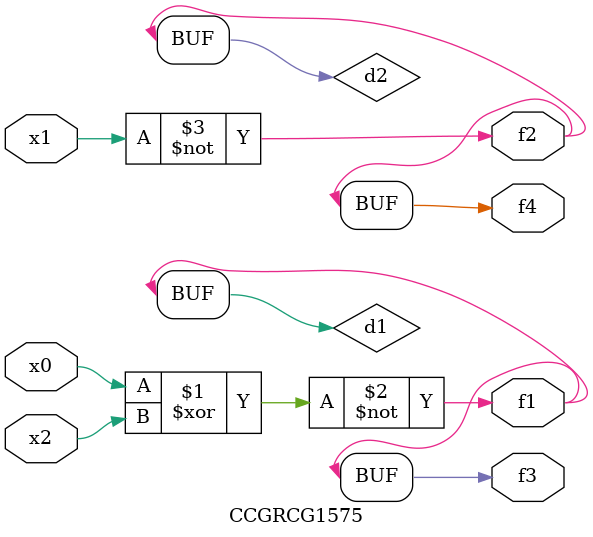
<source format=v>
module CCGRCG1575(
	input x0, x1, x2,
	output f1, f2, f3, f4
);

	wire d1, d2, d3;

	xnor (d1, x0, x2);
	nand (d2, x1);
	nor (d3, x1, x2);
	assign f1 = d1;
	assign f2 = d2;
	assign f3 = d1;
	assign f4 = d2;
endmodule

</source>
